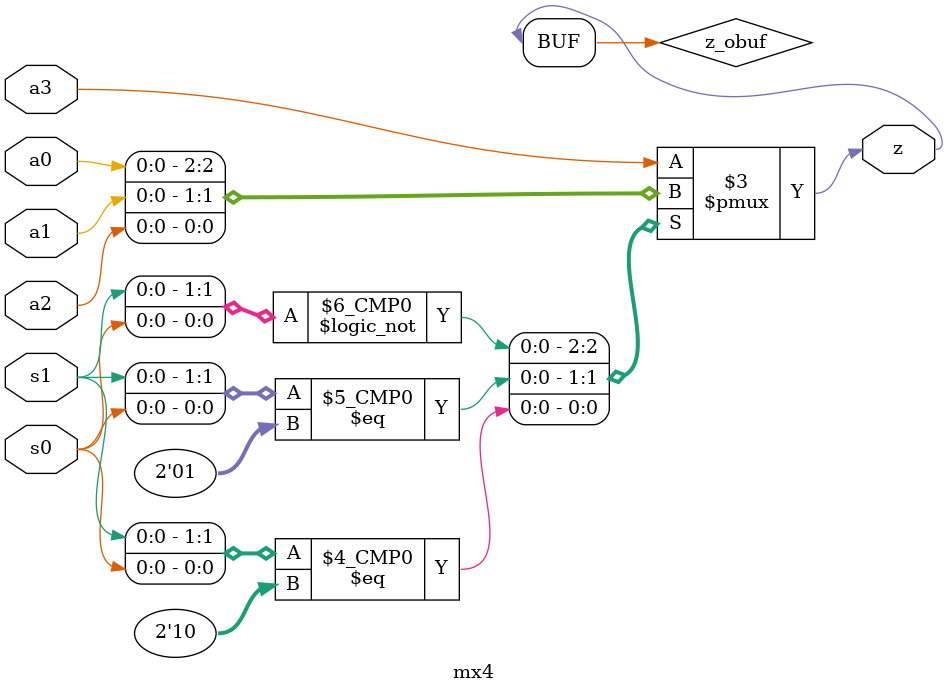
<source format=v>

module mx4
(
	output	z,
	input		a0,
	input		a1,
	input		a2,
	input		a3,
	input		s0,
	input		s1
);

reg z_obuf;

assign z = z_obuf;

always @(*)
begin
	case({s1, s0}) // ???
		2'b00		: z_obuf = a0;
		2'b01		: z_obuf = a1;
		2'b10		: z_obuf = a2;
		default	: z_obuf = a3;
	endcase
end

endmodule

</source>
